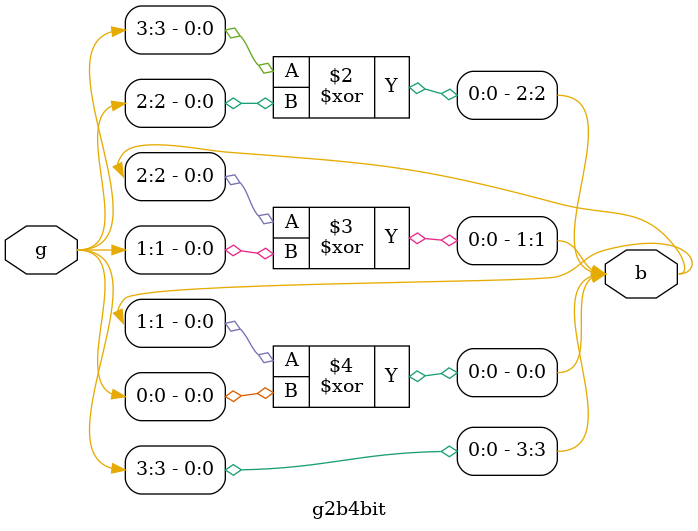
<source format=v>
module g2b4bit(g,b);
	input [3:0]g;
	output reg [3:0]b;
	always @(*) begin
		b[3] = g[3];
		b[2] = b[3] ^ g[2];
		b[1] = b[2]^g[1];
		b[0] = b[1]^g[0];
	end
endmodule

</source>
